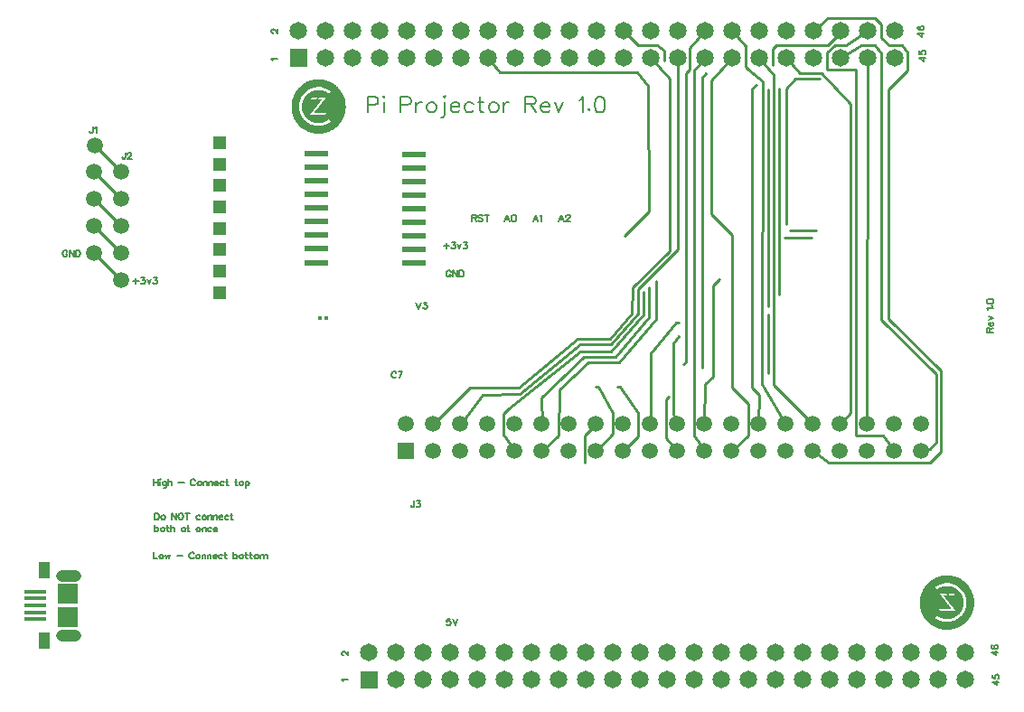
<source format=gtl>
G04 Layer: TopLayer*
G04 EasyEDA v6.3.43, 2020-05-28T19:53:23--7:00*
G04 7fdf06d367af498c9bd436b09c1433f1,d8a4e85e13c24898b9272ed7a7ead91d,10*
G04 Gerber Generator version 0.2*
G04 Scale: 100 percent, Rotated: No, Reflected: No *
G04 Dimensions in inches *
G04 leading zeros omitted , absolute positions ,2 integer and 4 decimal *
%FSLAX24Y24*%
%MOIN*%
G90*
G70D02*

%ADD10C,0.010000*%
%ADD11C,0.005000*%
%ADD12R,0.011811X0.015748*%
%ADD13R,0.086600X0.023600*%
%ADD14R,0.082677X0.015748*%
%ADD15R,0.039370X0.059055*%
%ADD16R,0.074803X0.074803*%
%ADD17C,0.059000*%
%ADD18R,0.047200X0.047200*%
%ADD20C,0.065000*%
%ADD21R,0.059000X0.059000*%
%ADD22C,0.043307*%

%LPD*%

%LPD*%
G36*
G01X10347Y24003D02*
G01X10294Y24003D01*
G01X10270Y24002D01*
G01X10247Y24002D01*
G01X10228Y24001D01*
G01X10211Y24001D01*
G01X10200Y24000D01*
G01X10178Y23997D01*
G01X10157Y23993D01*
G01X10135Y23989D01*
G01X10114Y23984D01*
G01X10091Y23979D01*
G01X10069Y23973D01*
G01X10047Y23966D01*
G01X10024Y23959D01*
G01X10002Y23951D01*
G01X9979Y23942D01*
G01X9957Y23933D01*
G01X9934Y23924D01*
G01X9912Y23914D01*
G01X9868Y23892D01*
G01X9847Y23881D01*
G01X9805Y23857D01*
G01X9765Y23831D01*
G01X9727Y23803D01*
G01X9709Y23790D01*
G01X9692Y23775D01*
G01X9674Y23760D01*
G01X9657Y23744D01*
G01X9640Y23729D01*
G01X9608Y23697D01*
G01X9593Y23680D01*
G01X9577Y23663D01*
G01X9535Y23612D01*
G01X9522Y23594D01*
G01X9510Y23576D01*
G01X9497Y23558D01*
G01X9485Y23539D01*
G01X9463Y23501D01*
G01X9452Y23481D01*
G01X9442Y23461D01*
G01X9432Y23440D01*
G01X9422Y23420D01*
G01X9413Y23399D01*
G01X9404Y23377D01*
G01X9380Y23311D01*
G01X9373Y23288D01*
G01X9366Y23264D01*
G01X9360Y23240D01*
G01X9352Y23214D01*
G01X9347Y23192D01*
G01X9344Y23172D01*
G01X9341Y23151D01*
G01X9339Y23126D01*
G01X9339Y23055D01*
G01X9338Y23004D01*
G01X9339Y22953D01*
G01X9339Y22882D01*
G01X9341Y22857D01*
G01X9344Y22836D01*
G01X9347Y22816D01*
G01X9352Y22794D01*
G01X9360Y22768D01*
G01X9366Y22743D01*
G01X9373Y22719D01*
G01X9387Y22675D01*
G01X9395Y22654D01*
G01X9402Y22633D01*
G01X9410Y22613D01*
G01X9419Y22594D01*
G01X9427Y22575D01*
G01X9436Y22556D01*
G01X9446Y22537D01*
G01X9456Y22519D01*
G01X9467Y22500D01*
G01X9478Y22482D01*
G01X9490Y22463D01*
G01X9503Y22443D01*
G01X9516Y22424D01*
G01X9530Y22405D01*
G01X9543Y22387D01*
G01X9558Y22369D01*
G01X9572Y22352D01*
G01X9587Y22334D01*
G01X9602Y22318D01*
G01X9618Y22301D01*
G01X9634Y22286D01*
G01X9650Y22270D01*
G01X9666Y22255D01*
G01X9683Y22240D01*
G01X9700Y22226D01*
G01X9736Y22198D01*
G01X9754Y22185D01*
G01X9773Y22172D01*
G01X9811Y22148D01*
G01X9831Y22136D01*
G01X9851Y22125D01*
G01X9871Y22115D01*
G01X9892Y22104D01*
G01X9913Y22094D01*
G01X9934Y22085D01*
G01X9956Y22076D01*
G01X9977Y22067D01*
G01X10000Y22059D01*
G01X10022Y22051D01*
G01X10046Y22043D01*
G01X10069Y22036D01*
G01X10093Y22029D01*
G01X10113Y22024D01*
G01X10134Y22020D01*
G01X10157Y22016D01*
G01X10181Y22012D01*
G01X10205Y22009D01*
G01X10231Y22007D01*
G01X10256Y22005D01*
G01X10310Y22003D01*
G01X10363Y22003D01*
G01X10417Y22005D01*
G01X10443Y22007D01*
G01X10468Y22009D01*
G01X10493Y22012D01*
G01X10539Y22020D01*
G01X10560Y22024D01*
G01X10580Y22029D01*
G01X10604Y22036D01*
G01X10627Y22043D01*
G01X10651Y22051D01*
G01X10673Y22059D01*
G01X10696Y22067D01*
G01X10718Y22076D01*
G01X10739Y22085D01*
G01X10761Y22094D01*
G01X10782Y22104D01*
G01X10802Y22115D01*
G01X10823Y22126D01*
G01X10843Y22136D01*
G01X10881Y22160D01*
G01X10901Y22173D01*
G01X10919Y22185D01*
G01X10937Y22198D01*
G01X10973Y22226D01*
G01X10990Y22240D01*
G01X11007Y22255D01*
G01X11023Y22270D01*
G01X11040Y22286D01*
G01X11056Y22302D01*
G01X11086Y22334D01*
G01X11101Y22352D01*
G01X11115Y22369D01*
G01X11130Y22387D01*
G01X11143Y22405D01*
G01X11157Y22424D01*
G01X11170Y22443D01*
G01X11184Y22465D01*
G01X11198Y22486D01*
G01X11210Y22508D01*
G01X11223Y22530D01*
G01X11256Y22596D01*
G01X11265Y22618D01*
G01X11274Y22641D01*
G01X11283Y22663D01*
G01X11290Y22686D01*
G01X11298Y22709D01*
G01X11310Y22755D01*
G01X11316Y22779D01*
G01X11321Y22803D01*
G01X11325Y22827D01*
G01X11328Y22851D01*
G01X11334Y22901D01*
G01X11336Y22926D01*
G01X11338Y22978D01*
G01X11338Y23030D01*
G01X11337Y23057D01*
G01X11336Y23082D01*
G01X11334Y23107D01*
G01X11325Y23182D01*
G01X11321Y23206D01*
G01X11316Y23230D01*
G01X11310Y23253D01*
G01X11304Y23277D01*
G01X11290Y23323D01*
G01X11282Y23345D01*
G01X11274Y23368D01*
G01X11265Y23390D01*
G01X11245Y23434D01*
G01X11223Y23478D01*
G01X11197Y23522D01*
G01X11184Y23543D01*
G01X11170Y23565D01*
G01X11156Y23584D01*
G01X11143Y23603D01*
G01X11129Y23622D01*
G01X11115Y23640D01*
G01X11100Y23658D01*
G01X11070Y23692D01*
G01X11054Y23708D01*
G01X11038Y23725D01*
G01X11022Y23740D01*
G01X10988Y23770D01*
G01X10971Y23784D01*
G01X10935Y23812D01*
G01X10916Y23825D01*
G01X10898Y23838D01*
G01X10878Y23850D01*
G01X10859Y23862D01*
G01X10839Y23874D01*
G01X10799Y23896D01*
G01X10778Y23906D01*
G01X10757Y23915D01*
G01X10736Y23925D01*
G01X10714Y23934D01*
G01X10692Y23942D01*
G01X10669Y23951D01*
G01X10647Y23959D01*
G01X10623Y23966D01*
G01X10600Y23973D01*
G01X10532Y23990D01*
G01X10512Y23994D01*
G01X10492Y23996D01*
G01X10470Y23998D01*
G01X10443Y24000D01*
G01X10412Y24001D01*
G01X10373Y24002D01*
G01X10347Y24003D01*
G37*

%LPC*%
G36*
G01X10381Y23718D02*
G01X10304Y23718D01*
G01X10281Y23717D01*
G01X10261Y23716D01*
G01X10243Y23715D01*
G01X10207Y23709D01*
G01X10188Y23704D01*
G01X10166Y23699D01*
G01X10142Y23692D01*
G01X10094Y23676D01*
G01X10048Y23658D01*
G01X10026Y23648D01*
G01X10005Y23636D01*
G01X9983Y23625D01*
G01X9963Y23613D01*
G01X9942Y23600D01*
G01X9922Y23586D01*
G01X9884Y23556D01*
G01X9865Y23540D01*
G01X9829Y23506D01*
G01X9812Y23489D01*
G01X9797Y23471D01*
G01X9781Y23454D01*
G01X9753Y23418D01*
G01X9740Y23400D01*
G01X9727Y23381D01*
G01X9694Y23324D01*
G01X9684Y23304D01*
G01X9675Y23284D01*
G01X9659Y23244D01*
G01X9652Y23223D01*
G01X9646Y23203D01*
G01X9640Y23181D01*
G01X9635Y23160D01*
G01X9630Y23138D01*
G01X9627Y23116D01*
G01X9623Y23094D01*
G01X9621Y23072D01*
G01X9619Y23049D01*
G01X9618Y23026D01*
G01X9618Y22980D01*
G01X9619Y22956D01*
G01X9621Y22932D01*
G01X9623Y22910D01*
G01X9626Y22888D01*
G01X9630Y22866D01*
G01X9635Y22844D01*
G01X9640Y22823D01*
G01X9646Y22801D01*
G01X9652Y22780D01*
G01X9668Y22738D01*
G01X9677Y22718D01*
G01X9686Y22697D01*
G01X9696Y22677D01*
G01X9707Y22658D01*
G01X9718Y22638D01*
G01X9731Y22619D01*
G01X9743Y22601D01*
G01X9757Y22582D01*
G01X9771Y22564D01*
G01X9785Y22547D01*
G01X9800Y22530D01*
G01X9832Y22496D01*
G01X9849Y22480D01*
G01X9885Y22450D01*
G01X9903Y22436D01*
G01X9922Y22422D01*
G01X9942Y22409D01*
G01X9965Y22393D01*
G01X9989Y22380D01*
G01X10012Y22367D01*
G01X10036Y22355D01*
G01X10061Y22344D01*
G01X10088Y22334D01*
G01X10116Y22324D01*
G01X10146Y22315D01*
G01X10167Y22309D01*
G01X10185Y22304D01*
G01X10202Y22300D01*
G01X10219Y22297D01*
G01X10238Y22295D01*
G01X10260Y22294D01*
G01X10285Y22292D01*
G01X10317Y22292D01*
G01X10350Y22291D01*
G01X10376Y22290D01*
G01X10397Y22291D01*
G01X10416Y22292D01*
G01X10434Y22294D01*
G01X10452Y22298D01*
G01X10473Y22303D01*
G01X10498Y22309D01*
G01X10520Y22315D01*
G01X10543Y22322D01*
G01X10564Y22329D01*
G01X10586Y22337D01*
G01X10628Y22355D01*
G01X10668Y22375D01*
G01X10708Y22397D01*
G01X10727Y22409D01*
G01X10746Y22422D01*
G01X10778Y22444D01*
G01X10705Y22517D01*
G01X10664Y22490D01*
G01X10641Y22475D01*
G01X10617Y22461D01*
G01X10590Y22448D01*
G01X10563Y22437D01*
G01X10535Y22427D01*
G01X10508Y22418D01*
G01X10480Y22411D01*
G01X10453Y22406D01*
G01X10431Y22402D01*
G01X10385Y22398D01*
G01X10361Y22396D01*
G01X10315Y22396D01*
G01X10293Y22397D01*
G01X10270Y22398D01*
G01X10248Y22401D01*
G01X10227Y22403D01*
G01X10185Y22411D01*
G01X10166Y22415D01*
G01X10147Y22421D01*
G01X10129Y22427D01*
G01X10113Y22433D01*
G01X10103Y22437D01*
G01X10092Y22442D01*
G01X10070Y22450D01*
G01X10056Y22457D01*
G01X10038Y22467D01*
G01X10016Y22481D01*
G01X9992Y22496D01*
G01X9969Y22512D01*
G01X9947Y22528D01*
G01X9928Y22543D01*
G01X9913Y22556D01*
G01X9896Y22573D01*
G01X9878Y22593D01*
G01X9860Y22617D01*
G01X9842Y22642D01*
G01X9823Y22668D01*
G01X9807Y22695D01*
G01X9792Y22722D01*
G01X9778Y22747D01*
G01X9768Y22770D01*
G01X9750Y22818D01*
G01X9743Y22843D01*
G01X9737Y22868D01*
G01X9727Y22920D01*
G01X9723Y22972D01*
G01X9722Y22998D01*
G01X9722Y23025D01*
G01X9723Y23051D01*
G01X9729Y23103D01*
G01X9739Y23153D01*
G01X9746Y23178D01*
G01X9753Y23202D01*
G01X9762Y23226D01*
G01X9772Y23248D01*
G01X9783Y23271D01*
G01X9794Y23292D01*
G01X9806Y23313D01*
G01X9818Y23333D01*
G01X9831Y23353D01*
G01X9845Y23372D01*
G01X9860Y23390D01*
G01X9874Y23408D01*
G01X9889Y23425D01*
G01X9905Y23441D01*
G01X9922Y23457D01*
G01X9939Y23471D01*
G01X9956Y23486D01*
G01X9973Y23499D01*
G01X9992Y23512D01*
G01X10010Y23524D01*
G01X10029Y23535D01*
G01X10049Y23546D01*
G01X10069Y23555D01*
G01X10089Y23565D01*
G01X10110Y23573D01*
G01X10152Y23587D01*
G01X10174Y23593D01*
G01X10218Y23603D01*
G01X10240Y23607D01*
G01X10286Y23611D01*
G01X10310Y23613D01*
G01X10334Y23613D01*
G01X10357Y23612D01*
G01X10381Y23611D01*
G01X10406Y23609D01*
G01X10430Y23606D01*
G01X10455Y23602D01*
G01X10476Y23598D01*
G01X10496Y23593D01*
G01X10517Y23588D01*
G01X10536Y23581D01*
G01X10556Y23574D01*
G01X10576Y23566D01*
G01X10595Y23558D01*
G01X10614Y23549D01*
G01X10632Y23539D01*
G01X10683Y23506D01*
G01X10705Y23489D01*
G01X10741Y23527D01*
G01X10778Y23564D01*
G01X10746Y23586D01*
G01X10727Y23599D01*
G01X10708Y23611D01*
G01X10688Y23623D01*
G01X10668Y23634D01*
G01X10648Y23644D01*
G01X10628Y23653D01*
G01X10607Y23663D01*
G01X10565Y23679D01*
G01X10521Y23693D01*
G01X10499Y23699D01*
G01X10476Y23705D01*
G01X10456Y23709D01*
G01X10438Y23713D01*
G01X10402Y23717D01*
G01X10381Y23718D01*
G37*
G36*
G01X10490Y23345D02*
G01X10370Y23345D01*
G01X10359Y23326D01*
G01X10354Y23318D01*
G01X10347Y23308D01*
G01X10341Y23298D01*
G01X10335Y23290D01*
G01X10323Y23271D01*
G01X10418Y23271D01*
G01X10439Y23269D01*
G01X10452Y23267D01*
G01X10457Y23264D01*
G01X10455Y23259D01*
G01X10441Y23238D01*
G01X10431Y23226D01*
G01X10423Y23215D01*
G01X10411Y23202D01*
G01X10398Y23184D01*
G01X10383Y23165D01*
G01X10366Y23144D01*
G01X10348Y23122D01*
G01X10312Y23076D01*
G01X10293Y23053D01*
G01X10276Y23031D01*
G01X10260Y23010D01*
G01X10246Y22992D01*
G01X10215Y22952D01*
G01X10188Y22917D01*
G01X10165Y22887D01*
G01X10144Y22861D01*
G01X10127Y22838D01*
G01X10111Y22819D01*
G01X10098Y22802D01*
G01X10087Y22788D01*
G01X10077Y22776D01*
G01X10069Y22765D01*
G01X10061Y22755D01*
G01X10054Y22746D01*
G01X10043Y22734D01*
G01X10035Y22724D01*
G01X10027Y22715D01*
G01X10022Y22707D01*
G01X10019Y22701D01*
G01X10019Y22696D01*
G01X10023Y22692D01*
G01X10031Y22689D01*
G01X10043Y22686D01*
G01X10060Y22685D01*
G01X10083Y22684D01*
G01X10580Y22684D01*
G01X10599Y22713D01*
G01X10606Y22725D01*
G01X10612Y22736D01*
G01X10616Y22744D01*
G01X10617Y22750D01*
G01X10614Y22752D01*
G01X10604Y22753D01*
G01X10588Y22754D01*
G01X10564Y22755D01*
G01X10532Y22756D01*
G01X10492Y22757D01*
G01X10155Y22757D01*
G01X10187Y22799D01*
G01X10201Y22817D01*
G01X10214Y22834D01*
G01X10227Y22850D01*
G01X10236Y22861D01*
G01X10244Y22871D01*
G01X10253Y22882D01*
G01X10262Y22894D01*
G01X10270Y22904D01*
G01X10277Y22914D01*
G01X10286Y22926D01*
G01X10296Y22937D01*
G01X10303Y22946D01*
G01X10313Y22959D01*
G01X10326Y22974D01*
G01X10339Y22991D01*
G01X10353Y23010D01*
G01X10368Y23028D01*
G01X10381Y23045D01*
G01X10392Y23060D01*
G01X10400Y23071D01*
G01X10404Y23076D01*
G01X10410Y23084D01*
G01X10419Y23095D01*
G01X10429Y23108D01*
G01X10440Y23123D01*
G01X10454Y23141D01*
G01X10469Y23160D01*
G01X10485Y23180D01*
G01X10503Y23203D01*
G01X10522Y23226D01*
G01X10541Y23251D01*
G01X10562Y23277D01*
G01X10576Y23295D01*
G01X10589Y23312D01*
G01X10598Y23325D01*
G01X10604Y23333D01*
G01X10605Y23339D01*
G01X10592Y23343D01*
G01X10557Y23344D01*
G01X10490Y23345D01*
G37*
G36*
G01X10277Y23345D02*
G01X10185Y23345D01*
G01X10136Y23344D01*
G01X10107Y23343D01*
G01X10092Y23339D01*
G01X10085Y23333D01*
G01X10081Y23327D01*
G01X10076Y23317D01*
G01X10070Y23307D01*
G01X10063Y23296D01*
G01X10048Y23271D01*
G01X10236Y23275D01*
G01X10256Y23309D01*
G01X10277Y23345D01*
G37*

%LPD*%
G36*
G01X33555Y5703D02*
G01X33502Y5703D01*
G01X33476Y5702D01*
G01X33437Y5701D01*
G01X33406Y5700D01*
G01X33379Y5698D01*
G01X33357Y5696D01*
G01X33337Y5694D01*
G01X33317Y5690D01*
G01X33249Y5673D01*
G01X33226Y5666D01*
G01X33202Y5659D01*
G01X33180Y5651D01*
G01X33157Y5642D01*
G01X33135Y5634D01*
G01X33113Y5625D01*
G01X33092Y5615D01*
G01X33071Y5606D01*
G01X33050Y5596D01*
G01X33010Y5574D01*
G01X32990Y5562D01*
G01X32971Y5550D01*
G01X32951Y5538D01*
G01X32933Y5525D01*
G01X32914Y5512D01*
G01X32896Y5498D01*
G01X32879Y5484D01*
G01X32861Y5470D01*
G01X32827Y5440D01*
G01X32811Y5425D01*
G01X32795Y5408D01*
G01X32779Y5392D01*
G01X32749Y5358D01*
G01X32734Y5340D01*
G01X32720Y5322D01*
G01X32706Y5303D01*
G01X32693Y5284D01*
G01X32679Y5265D01*
G01X32665Y5243D01*
G01X32652Y5222D01*
G01X32626Y5178D01*
G01X32604Y5134D01*
G01X32584Y5090D01*
G01X32575Y5068D01*
G01X32567Y5045D01*
G01X32559Y5023D01*
G01X32552Y5000D01*
G01X32545Y4976D01*
G01X32533Y4930D01*
G01X32528Y4906D01*
G01X32524Y4882D01*
G01X32515Y4807D01*
G01X32513Y4782D01*
G01X32512Y4757D01*
G01X32511Y4730D01*
G01X32511Y4678D01*
G01X32513Y4626D01*
G01X32515Y4601D01*
G01X32521Y4551D01*
G01X32524Y4527D01*
G01X32528Y4503D01*
G01X32533Y4479D01*
G01X32539Y4455D01*
G01X32551Y4409D01*
G01X32559Y4386D01*
G01X32566Y4363D01*
G01X32575Y4341D01*
G01X32584Y4318D01*
G01X32593Y4296D01*
G01X32626Y4230D01*
G01X32639Y4208D01*
G01X32651Y4186D01*
G01X32665Y4165D01*
G01X32679Y4143D01*
G01X32692Y4124D01*
G01X32706Y4105D01*
G01X32719Y4087D01*
G01X32734Y4069D01*
G01X32748Y4052D01*
G01X32763Y4034D01*
G01X32778Y4018D01*
G01X32793Y4001D01*
G01X32809Y3986D01*
G01X32826Y3970D01*
G01X32842Y3955D01*
G01X32859Y3940D01*
G01X32876Y3926D01*
G01X32912Y3898D01*
G01X32930Y3885D01*
G01X32948Y3873D01*
G01X32968Y3860D01*
G01X33006Y3836D01*
G01X33026Y3826D01*
G01X33047Y3815D01*
G01X33067Y3804D01*
G01X33088Y3794D01*
G01X33110Y3785D01*
G01X33131Y3776D01*
G01X33153Y3767D01*
G01X33176Y3759D01*
G01X33198Y3751D01*
G01X33222Y3743D01*
G01X33245Y3736D01*
G01X33269Y3729D01*
G01X33289Y3724D01*
G01X33310Y3720D01*
G01X33356Y3712D01*
G01X33381Y3709D01*
G01X33406Y3707D01*
G01X33432Y3705D01*
G01X33486Y3703D01*
G01X33539Y3703D01*
G01X33593Y3705D01*
G01X33618Y3707D01*
G01X33644Y3709D01*
G01X33668Y3712D01*
G01X33692Y3716D01*
G01X33715Y3720D01*
G01X33736Y3724D01*
G01X33756Y3729D01*
G01X33804Y3743D01*
G01X33827Y3751D01*
G01X33849Y3759D01*
G01X33872Y3767D01*
G01X33893Y3776D01*
G01X33915Y3785D01*
G01X33936Y3794D01*
G01X33957Y3804D01*
G01X33978Y3815D01*
G01X33998Y3825D01*
G01X34018Y3836D01*
G01X34038Y3848D01*
G01X34076Y3872D01*
G01X34095Y3885D01*
G01X34113Y3898D01*
G01X34149Y3926D01*
G01X34166Y3940D01*
G01X34183Y3955D01*
G01X34199Y3970D01*
G01X34215Y3986D01*
G01X34231Y4001D01*
G01X34247Y4018D01*
G01X34262Y4034D01*
G01X34277Y4051D01*
G01X34291Y4069D01*
G01X34306Y4087D01*
G01X34319Y4105D01*
G01X34333Y4124D01*
G01X34346Y4143D01*
G01X34359Y4163D01*
G01X34371Y4182D01*
G01X34382Y4200D01*
G01X34393Y4219D01*
G01X34403Y4237D01*
G01X34413Y4256D01*
G01X34422Y4275D01*
G01X34430Y4294D01*
G01X34439Y4313D01*
G01X34447Y4333D01*
G01X34454Y4354D01*
G01X34462Y4375D01*
G01X34476Y4419D01*
G01X34483Y4443D01*
G01X34489Y4468D01*
G01X34497Y4494D01*
G01X34502Y4516D01*
G01X34505Y4536D01*
G01X34508Y4557D01*
G01X34510Y4582D01*
G01X34510Y4653D01*
G01X34511Y4704D01*
G01X34510Y4755D01*
G01X34510Y4826D01*
G01X34508Y4851D01*
G01X34505Y4872D01*
G01X34502Y4892D01*
G01X34497Y4914D01*
G01X34489Y4940D01*
G01X34483Y4964D01*
G01X34476Y4988D01*
G01X34469Y5011D01*
G01X34445Y5077D01*
G01X34436Y5099D01*
G01X34427Y5120D01*
G01X34417Y5140D01*
G01X34407Y5161D01*
G01X34397Y5181D01*
G01X34386Y5201D01*
G01X34364Y5239D01*
G01X34352Y5258D01*
G01X34339Y5276D01*
G01X34327Y5294D01*
G01X34314Y5312D01*
G01X34272Y5363D01*
G01X34256Y5380D01*
G01X34241Y5397D01*
G01X34209Y5429D01*
G01X34192Y5444D01*
G01X34175Y5460D01*
G01X34157Y5475D01*
G01X34140Y5490D01*
G01X34122Y5503D01*
G01X34084Y5531D01*
G01X34044Y5557D01*
G01X34002Y5581D01*
G01X33981Y5592D01*
G01X33937Y5614D01*
G01X33915Y5624D01*
G01X33892Y5633D01*
G01X33870Y5642D01*
G01X33847Y5651D01*
G01X33825Y5659D01*
G01X33802Y5666D01*
G01X33780Y5673D01*
G01X33758Y5679D01*
G01X33735Y5684D01*
G01X33714Y5689D01*
G01X33692Y5693D01*
G01X33671Y5697D01*
G01X33650Y5700D01*
G01X33638Y5701D01*
G01X33621Y5701D01*
G01X33602Y5702D01*
G01X33579Y5702D01*
G01X33555Y5703D01*
G37*

%LPC*%
G36*
G01X33545Y5418D02*
G01X33468Y5418D01*
G01X33447Y5417D01*
G01X33411Y5413D01*
G01X33393Y5409D01*
G01X33373Y5405D01*
G01X33350Y5399D01*
G01X33328Y5393D01*
G01X33284Y5379D01*
G01X33242Y5363D01*
G01X33221Y5353D01*
G01X33201Y5344D01*
G01X33181Y5334D01*
G01X33161Y5323D01*
G01X33141Y5311D01*
G01X33122Y5299D01*
G01X33103Y5286D01*
G01X33071Y5264D01*
G01X33108Y5227D01*
G01X33144Y5189D01*
G01X33166Y5206D01*
G01X33217Y5239D01*
G01X33235Y5249D01*
G01X33254Y5258D01*
G01X33273Y5266D01*
G01X33293Y5274D01*
G01X33313Y5281D01*
G01X33332Y5288D01*
G01X33353Y5293D01*
G01X33373Y5298D01*
G01X33394Y5302D01*
G01X33419Y5306D01*
G01X33443Y5309D01*
G01X33468Y5311D01*
G01X33492Y5312D01*
G01X33515Y5313D01*
G01X33539Y5313D01*
G01X33563Y5311D01*
G01X33609Y5307D01*
G01X33631Y5303D01*
G01X33654Y5298D01*
G01X33675Y5293D01*
G01X33697Y5287D01*
G01X33739Y5273D01*
G01X33760Y5265D01*
G01X33780Y5255D01*
G01X33800Y5246D01*
G01X33820Y5235D01*
G01X33839Y5224D01*
G01X33857Y5212D01*
G01X33876Y5199D01*
G01X33893Y5186D01*
G01X33910Y5171D01*
G01X33927Y5157D01*
G01X33944Y5141D01*
G01X33960Y5125D01*
G01X33975Y5108D01*
G01X33989Y5090D01*
G01X34004Y5072D01*
G01X34018Y5053D01*
G01X34031Y5033D01*
G01X34043Y5013D01*
G01X34055Y4992D01*
G01X34066Y4971D01*
G01X34077Y4948D01*
G01X34087Y4926D01*
G01X34096Y4902D01*
G01X34103Y4878D01*
G01X34110Y4853D01*
G01X34120Y4803D01*
G01X34126Y4751D01*
G01X34127Y4725D01*
G01X34127Y4698D01*
G01X34125Y4646D01*
G01X34122Y4620D01*
G01X34112Y4568D01*
G01X34106Y4543D01*
G01X34099Y4518D01*
G01X34081Y4470D01*
G01X34071Y4447D01*
G01X34057Y4422D01*
G01X34042Y4395D01*
G01X34026Y4368D01*
G01X34007Y4342D01*
G01X33989Y4317D01*
G01X33971Y4293D01*
G01X33953Y4273D01*
G01X33936Y4256D01*
G01X33921Y4243D01*
G01X33902Y4228D01*
G01X33880Y4212D01*
G01X33857Y4196D01*
G01X33833Y4181D01*
G01X33811Y4167D01*
G01X33793Y4157D01*
G01X33779Y4150D01*
G01X33757Y4142D01*
G01X33746Y4137D01*
G01X33736Y4133D01*
G01X33720Y4127D01*
G01X33702Y4121D01*
G01X33683Y4115D01*
G01X33664Y4111D01*
G01X33622Y4103D01*
G01X33601Y4101D01*
G01X33579Y4098D01*
G01X33556Y4097D01*
G01X33534Y4096D01*
G01X33488Y4096D01*
G01X33464Y4098D01*
G01X33418Y4102D01*
G01X33396Y4106D01*
G01X33369Y4111D01*
G01X33341Y4118D01*
G01X33314Y4127D01*
G01X33286Y4137D01*
G01X33259Y4148D01*
G01X33232Y4161D01*
G01X33208Y4175D01*
G01X33185Y4190D01*
G01X33144Y4217D01*
G01X33071Y4144D01*
G01X33103Y4122D01*
G01X33122Y4109D01*
G01X33141Y4097D01*
G01X33181Y4075D01*
G01X33221Y4055D01*
G01X33263Y4037D01*
G01X33285Y4029D01*
G01X33306Y4022D01*
G01X33329Y4015D01*
G01X33351Y4009D01*
G01X33376Y4003D01*
G01X33397Y3998D01*
G01X33415Y3994D01*
G01X33433Y3992D01*
G01X33452Y3991D01*
G01X33473Y3990D01*
G01X33500Y3991D01*
G01X33532Y3992D01*
G01X33564Y3992D01*
G01X33589Y3994D01*
G01X33611Y3995D01*
G01X33630Y3997D01*
G01X33647Y4000D01*
G01X33664Y4004D01*
G01X33682Y4009D01*
G01X33703Y4015D01*
G01X33733Y4024D01*
G01X33761Y4034D01*
G01X33788Y4044D01*
G01X33813Y4055D01*
G01X33837Y4067D01*
G01X33860Y4080D01*
G01X33884Y4093D01*
G01X33907Y4109D01*
G01X33927Y4122D01*
G01X33946Y4136D01*
G01X33964Y4150D01*
G01X34000Y4180D01*
G01X34017Y4196D01*
G01X34049Y4230D01*
G01X34079Y4264D01*
G01X34092Y4282D01*
G01X34106Y4301D01*
G01X34118Y4319D01*
G01X34131Y4338D01*
G01X34142Y4358D01*
G01X34153Y4377D01*
G01X34163Y4397D01*
G01X34172Y4418D01*
G01X34181Y4438D01*
G01X34197Y4480D01*
G01X34203Y4501D01*
G01X34209Y4523D01*
G01X34214Y4544D01*
G01X34219Y4566D01*
G01X34223Y4588D01*
G01X34226Y4610D01*
G01X34228Y4632D01*
G01X34230Y4656D01*
G01X34231Y4680D01*
G01X34231Y4726D01*
G01X34230Y4749D01*
G01X34228Y4772D01*
G01X34226Y4794D01*
G01X34222Y4816D01*
G01X34219Y4838D01*
G01X34214Y4860D01*
G01X34209Y4881D01*
G01X34204Y4903D01*
G01X34197Y4923D01*
G01X34190Y4944D01*
G01X34174Y4984D01*
G01X34165Y5004D01*
G01X34155Y5024D01*
G01X34122Y5081D01*
G01X34109Y5100D01*
G01X34096Y5118D01*
G01X34068Y5154D01*
G01X34052Y5171D01*
G01X34037Y5189D01*
G01X34020Y5206D01*
G01X33984Y5240D01*
G01X33965Y5256D01*
G01X33927Y5286D01*
G01X33907Y5300D01*
G01X33886Y5313D01*
G01X33866Y5325D01*
G01X33844Y5336D01*
G01X33823Y5348D01*
G01X33801Y5358D01*
G01X33755Y5376D01*
G01X33707Y5392D01*
G01X33683Y5399D01*
G01X33661Y5404D01*
G01X33642Y5409D01*
G01X33606Y5415D01*
G01X33588Y5416D01*
G01X33568Y5417D01*
G01X33545Y5418D01*
G37*
G36*
G01X33479Y5045D02*
G01X33359Y5045D01*
G01X33292Y5044D01*
G01X33257Y5043D01*
G01X33244Y5039D01*
G01X33245Y5033D01*
G01X33251Y5025D01*
G01X33260Y5012D01*
G01X33273Y4995D01*
G01X33287Y4977D01*
G01X33308Y4951D01*
G01X33327Y4926D01*
G01X33346Y4903D01*
G01X33364Y4880D01*
G01X33380Y4860D01*
G01X33395Y4841D01*
G01X33409Y4823D01*
G01X33420Y4808D01*
G01X33430Y4795D01*
G01X33439Y4784D01*
G01X33445Y4776D01*
G01X33449Y4771D01*
G01X33457Y4760D01*
G01X33468Y4745D01*
G01X33481Y4728D01*
G01X33496Y4710D01*
G01X33510Y4691D01*
G01X33523Y4674D01*
G01X33536Y4659D01*
G01X33546Y4646D01*
G01X33554Y4637D01*
G01X33563Y4626D01*
G01X33572Y4614D01*
G01X33579Y4604D01*
G01X33587Y4594D01*
G01X33596Y4582D01*
G01X33605Y4571D01*
G01X33613Y4561D01*
G01X33622Y4550D01*
G01X33635Y4534D01*
G01X33648Y4517D01*
G01X33662Y4499D01*
G01X33694Y4457D01*
G01X33357Y4457D01*
G01X33317Y4456D01*
G01X33285Y4455D01*
G01X33261Y4454D01*
G01X33245Y4453D01*
G01X33235Y4451D01*
G01X33232Y4450D01*
G01X33233Y4444D01*
G01X33237Y4436D01*
G01X33243Y4425D01*
G01X33250Y4413D01*
G01X33269Y4384D01*
G01X33766Y4384D01*
G01X33789Y4385D01*
G01X33806Y4386D01*
G01X33818Y4389D01*
G01X33826Y4392D01*
G01X33830Y4396D01*
G01X33830Y4401D01*
G01X33827Y4407D01*
G01X33822Y4415D01*
G01X33814Y4424D01*
G01X33806Y4434D01*
G01X33795Y4446D01*
G01X33788Y4455D01*
G01X33780Y4465D01*
G01X33772Y4476D01*
G01X33762Y4488D01*
G01X33751Y4502D01*
G01X33738Y4519D01*
G01X33722Y4538D01*
G01X33705Y4561D01*
G01X33684Y4587D01*
G01X33661Y4617D01*
G01X33634Y4652D01*
G01X33603Y4692D01*
G01X33589Y4710D01*
G01X33573Y4731D01*
G01X33556Y4753D01*
G01X33537Y4776D01*
G01X33501Y4822D01*
G01X33483Y4844D01*
G01X33466Y4865D01*
G01X33451Y4884D01*
G01X33438Y4901D01*
G01X33426Y4915D01*
G01X33418Y4926D01*
G01X33408Y4938D01*
G01X33394Y4959D01*
G01X33392Y4964D01*
G01X33397Y4967D01*
G01X33410Y4969D01*
G01X33431Y4971D01*
G01X33526Y4971D01*
G01X33514Y4990D01*
G01X33508Y4998D01*
G01X33502Y5008D01*
G01X33495Y5018D01*
G01X33490Y5026D01*
G01X33479Y5045D01*
G37*
G36*
G01X33664Y5045D02*
G01X33572Y5045D01*
G01X33593Y5009D01*
G01X33613Y4975D01*
G01X33801Y4971D01*
G01X33786Y4996D01*
G01X33779Y5007D01*
G01X33773Y5017D01*
G01X33768Y5026D01*
G01X33764Y5033D01*
G01X33757Y5039D01*
G01X33742Y5043D01*
G01X33713Y5044D01*
G01X33664Y5045D01*
G37*

%LPD*%
G54D10*
G01X2050Y17600D02*
G01X3050Y16600D01*
G01X2050Y18600D02*
G01X3050Y17600D01*
G01X2100Y18550D02*
G01X2050Y18600D01*
G01X2050Y19600D02*
G01X3050Y18600D01*
G01X2100Y21550D02*
G01X3050Y20600D01*
G01X2050Y20600D02*
G01X3050Y19600D01*
G01X30550Y11300D02*
G01X30600Y24800D01*
G01X32682Y10373D02*
G01X32882Y10373D01*
G01X33132Y10623D01*
G01X33132Y13123D01*
G01X31082Y15123D01*
G01X31082Y24973D01*
G01X30850Y25250D01*
G01X30350Y25250D01*
G01X29600Y24800D01*
G01X30150Y10850D02*
G01X30150Y24350D01*
G01X29100Y24350D01*
G01X29100Y25000D01*
G01X29400Y25250D01*
G01X29800Y25250D01*
G01X30600Y25800D01*
G01X28600Y25800D02*
G01X29131Y26273D01*
G01X30857Y26273D01*
G01X31081Y26023D01*
G01X31081Y25523D01*
G01X31400Y25250D01*
G01X31850Y25250D01*
G01X32050Y25000D01*
G01X32050Y24315D01*
G01X31357Y23623D01*
G01X31357Y15173D01*
G01X33300Y13250D01*
G01X33300Y10250D01*
G01X32900Y9850D01*
G01X27132Y12723D02*
G01X27132Y24174D01*
G01X26600Y24800D01*
G01X27600Y24800D02*
G01X28082Y24223D01*
G01X28881Y24223D01*
G01X29950Y23100D01*
G01X29950Y11700D01*
G01X29600Y11300D01*
G01X26682Y12773D02*
G01X26732Y23923D01*
G01X26182Y24373D01*
G01X26082Y24473D01*
G01X26082Y25224D01*
G01X25600Y25800D01*
G01X25600Y24800D02*
G01X24832Y23973D01*
G01X24832Y19023D01*
G01X24600Y25800D02*
G01X24032Y25173D01*
G01X24032Y24373D01*
G01X23882Y24223D01*
G01X23882Y13573D01*
G01X23800Y13500D01*
G01X21600Y25800D02*
G01X22132Y25273D01*
G01X22832Y25273D01*
G01X23100Y25050D01*
G01X23100Y24700D01*
G01X22600Y24800D02*
G01X23282Y24023D01*
G01X23282Y23823D01*
G01X23282Y18823D01*
G01X23600Y24800D02*
G01X23582Y17723D01*
G01X22132Y16273D01*
G01X22132Y15373D01*
G01X21132Y14223D01*
G01X19982Y14223D01*
G01X17750Y12400D01*
G01X16382Y12373D01*
G01X24600Y24800D02*
G01X24182Y24323D01*
G01X24182Y12373D01*
G01X16600Y24800D02*
G01X17032Y24273D01*
G01X22082Y24273D01*
G01X22482Y23773D01*
G01X22532Y19123D01*
G01X21632Y18223D01*
G01X23550Y11300D02*
G01X23432Y11673D01*
G01X23432Y14273D01*
G01X23632Y14523D01*
G01X24550Y11300D02*
G01X24600Y12750D01*
G01X24882Y13023D01*
G01X24900Y16400D01*
G01X25132Y16623D01*
G01X26550Y11300D02*
G01X26600Y12350D01*
G01X26331Y12617D01*
G01X26331Y23673D01*
G01X26500Y23800D01*
G01X27550Y11300D02*
G01X26682Y12773D01*
G01X27132Y12723D02*
G01X28550Y11300D01*
G01X24632Y24223D02*
G01X24482Y24073D01*
G01X24482Y24073D02*
G01X24482Y13373D01*
G01X27732Y18423D02*
G01X28682Y18423D01*
G01X29582Y25723D02*
G01X29132Y25273D01*
G01X27232Y25273D01*
G01X27082Y25123D01*
G01X27082Y24523D01*
G01X28832Y24023D02*
G01X27932Y24023D01*
G01X27582Y23673D01*
G01X27582Y18673D01*
G01X27332Y23673D02*
G01X27332Y16073D01*
G01X27532Y18173D02*
G01X28532Y18173D01*
G01X26932Y15623D02*
G01X26932Y23623D01*
G01X26932Y13173D02*
G01X26932Y15323D01*
G01X31600Y10300D02*
G01X31150Y10850D01*
G01X30150Y10850D01*
G01X14600Y11300D02*
G01X15932Y12623D01*
G01X17732Y12623D01*
G01X19882Y14423D01*
G01X21082Y14423D01*
G01X21882Y15373D01*
G01X21932Y16323D01*
G01X23282Y17673D01*
G01X23282Y18823D01*
G01X17350Y11850D02*
G01X19982Y13973D01*
G01X21132Y13973D01*
G01X22332Y15323D01*
G01X22332Y16173D01*
G01X15600Y11300D02*
G01X16382Y12373D01*
G01X17600Y10300D02*
G01X17150Y10905D01*
G01X17150Y11650D01*
G01X17350Y11850D01*
G01X18600Y11300D02*
G01X18550Y12250D01*
G01X20132Y13773D01*
G01X21282Y13773D01*
G01X22532Y15223D01*
G01X22532Y16323D01*
G01X18600Y10300D02*
G01X19182Y10873D01*
G01X19232Y12573D01*
G01X20282Y13573D01*
G01X21432Y13573D01*
G01X22782Y15173D01*
G01X22782Y16573D01*
G01X20600Y11300D02*
G01X20150Y10850D01*
G01X20150Y9850D01*
G01X22600Y11300D02*
G01X22600Y13900D01*
G01X23532Y15023D01*
G01X23632Y15023D01*
G01X23600Y10300D02*
G01X23150Y10750D01*
G01X23150Y12200D01*
G01X23250Y12300D01*
G01X24600Y10300D02*
G01X24182Y10873D01*
G01X24182Y12498D01*
G01X25600Y10300D02*
G01X26182Y10873D01*
G01X26182Y12023D01*
G01X25582Y12623D01*
G01X25582Y18273D01*
G01X24832Y19023D01*
G01X28600Y10300D02*
G01X29150Y9850D01*
G01X32900Y9850D01*
G01X20600Y10300D02*
G01X21181Y10923D01*
G01X21200Y11700D01*
G01X20650Y12650D01*
G01X20550Y12650D01*
G01X21600Y10300D02*
G01X22131Y10823D01*
G01X22131Y11686D01*
G01X21450Y12650D01*
G01X21350Y12650D01*
G54D11*
G01X4300Y7551D02*
G01X4300Y7313D01*
G01X4300Y7438D02*
G01X4323Y7461D01*
G01X4344Y7473D01*
G01X4380Y7473D01*
G01X4401Y7461D01*
G01X4425Y7438D01*
G01X4436Y7405D01*
G01X4436Y7382D01*
G01X4425Y7348D01*
G01X4401Y7325D01*
G01X4380Y7313D01*
G01X4344Y7313D01*
G01X4323Y7325D01*
G01X4300Y7348D01*
G01X4567Y7473D02*
G01X4544Y7461D01*
G01X4523Y7438D01*
G01X4511Y7405D01*
G01X4511Y7382D01*
G01X4523Y7348D01*
G01X4544Y7325D01*
G01X4567Y7313D01*
G01X4602Y7313D01*
G01X4625Y7325D01*
G01X4647Y7348D01*
G01X4659Y7382D01*
G01X4659Y7405D01*
G01X4647Y7438D01*
G01X4625Y7461D01*
G01X4602Y7473D01*
G01X4567Y7473D01*
G01X4768Y7551D02*
G01X4768Y7359D01*
G01X4780Y7325D01*
G01X4802Y7313D01*
G01X4825Y7313D01*
G01X4734Y7473D02*
G01X4814Y7473D01*
G01X4900Y7551D02*
G01X4900Y7313D01*
G01X4900Y7426D02*
G01X4934Y7461D01*
G01X4956Y7473D01*
G01X4990Y7473D01*
G01X5014Y7461D01*
G01X5025Y7426D01*
G01X5025Y7313D01*
G01X5410Y7473D02*
G01X5410Y7313D01*
G01X5410Y7438D02*
G01X5389Y7461D01*
G01X5365Y7473D01*
G01X5331Y7473D01*
G01X5309Y7461D01*
G01X5285Y7438D01*
G01X5275Y7405D01*
G01X5275Y7382D01*
G01X5285Y7348D01*
G01X5309Y7325D01*
G01X5331Y7313D01*
G01X5365Y7313D01*
G01X5389Y7325D01*
G01X5410Y7348D01*
G01X5519Y7551D02*
G01X5519Y7359D01*
G01X5531Y7325D01*
G01X5555Y7313D01*
G01X5577Y7313D01*
G01X5485Y7473D02*
G01X5565Y7473D01*
G01X5884Y7473D02*
G01X5860Y7461D01*
G01X5839Y7438D01*
G01X5827Y7405D01*
G01X5827Y7382D01*
G01X5839Y7348D01*
G01X5860Y7325D01*
G01X5884Y7313D01*
G01X5918Y7313D01*
G01X5940Y7325D01*
G01X5964Y7348D01*
G01X5975Y7382D01*
G01X5975Y7405D01*
G01X5964Y7438D01*
G01X5940Y7461D01*
G01X5918Y7473D01*
G01X5884Y7473D01*
G01X6050Y7473D02*
G01X6050Y7313D01*
G01X6050Y7426D02*
G01X6084Y7461D01*
G01X6106Y7473D01*
G01X6140Y7473D01*
G01X6164Y7461D01*
G01X6175Y7426D01*
G01X6175Y7313D01*
G01X6385Y7438D02*
G01X6364Y7461D01*
G01X6340Y7473D01*
G01X6306Y7473D01*
G01X6284Y7461D01*
G01X6260Y7438D01*
G01X6250Y7405D01*
G01X6250Y7382D01*
G01X6260Y7348D01*
G01X6284Y7325D01*
G01X6306Y7313D01*
G01X6340Y7313D01*
G01X6364Y7325D01*
G01X6385Y7348D01*
G01X6460Y7405D02*
G01X6597Y7405D01*
G01X6597Y7426D01*
G01X6585Y7450D01*
G01X6575Y7461D01*
G01X6552Y7473D01*
G01X6518Y7473D01*
G01X6494Y7461D01*
G01X6472Y7438D01*
G01X6460Y7405D01*
G01X6460Y7382D01*
G01X6472Y7348D01*
G01X6494Y7325D01*
G01X6518Y7313D01*
G01X6552Y7313D01*
G01X6575Y7325D01*
G01X6597Y7348D01*
G01X4300Y8001D02*
G01X4300Y7763D01*
G01X4300Y8001D02*
G01X4380Y8001D01*
G01X4413Y7990D01*
G01X4436Y7967D01*
G01X4448Y7944D01*
G01X4459Y7911D01*
G01X4459Y7855D01*
G01X4448Y7819D01*
G01X4436Y7798D01*
G01X4413Y7775D01*
G01X4380Y7763D01*
G01X4300Y7763D01*
G01X4590Y7923D02*
G01X4567Y7911D01*
G01X4544Y7888D01*
G01X4534Y7855D01*
G01X4534Y7832D01*
G01X4544Y7798D01*
G01X4567Y7775D01*
G01X4590Y7763D01*
G01X4625Y7763D01*
G01X4647Y7775D01*
G01X4669Y7798D01*
G01X4681Y7832D01*
G01X4681Y7855D01*
G01X4669Y7888D01*
G01X4647Y7911D01*
G01X4625Y7923D01*
G01X4590Y7923D01*
G01X4931Y8001D02*
G01X4931Y7763D01*
G01X4931Y8001D02*
G01X5090Y7763D01*
G01X5090Y8001D02*
G01X5090Y7763D01*
G01X5234Y8001D02*
G01X5210Y7990D01*
G01X5189Y7967D01*
G01X5177Y7944D01*
G01X5165Y7911D01*
G01X5165Y7855D01*
G01X5177Y7819D01*
G01X5189Y7798D01*
G01X5210Y7775D01*
G01X5234Y7763D01*
G01X5280Y7763D01*
G01X5302Y7775D01*
G01X5325Y7798D01*
G01X5335Y7819D01*
G01X5347Y7855D01*
G01X5347Y7911D01*
G01X5335Y7944D01*
G01X5325Y7967D01*
G01X5302Y7990D01*
G01X5280Y8001D01*
G01X5234Y8001D01*
G01X5502Y8001D02*
G01X5502Y7763D01*
G01X5422Y8001D02*
G01X5581Y8001D01*
G01X5968Y7888D02*
G01X5944Y7911D01*
G01X5922Y7923D01*
G01X5889Y7923D01*
G01X5865Y7911D01*
G01X5843Y7888D01*
G01X5831Y7855D01*
G01X5831Y7832D01*
G01X5843Y7798D01*
G01X5865Y7775D01*
G01X5889Y7763D01*
G01X5922Y7763D01*
G01X5944Y7775D01*
G01X5968Y7798D01*
G01X6100Y7923D02*
G01X6077Y7911D01*
G01X6055Y7888D01*
G01X6043Y7855D01*
G01X6043Y7832D01*
G01X6055Y7798D01*
G01X6077Y7775D01*
G01X6100Y7763D01*
G01X6134Y7763D01*
G01X6156Y7775D01*
G01X6180Y7798D01*
G01X6190Y7832D01*
G01X6190Y7855D01*
G01X6180Y7888D01*
G01X6156Y7911D01*
G01X6134Y7923D01*
G01X6100Y7923D01*
G01X6265Y7923D02*
G01X6265Y7763D01*
G01X6265Y7876D02*
G01X6300Y7911D01*
G01X6322Y7923D01*
G01X6356Y7923D01*
G01X6380Y7911D01*
G01X6390Y7876D01*
G01X6390Y7763D01*
G01X6465Y7923D02*
G01X6465Y7763D01*
G01X6465Y7876D02*
G01X6500Y7911D01*
G01X6522Y7923D01*
G01X6556Y7923D01*
G01X6580Y7911D01*
G01X6590Y7876D01*
G01X6590Y7763D01*
G01X6665Y7855D02*
G01X6802Y7855D01*
G01X6802Y7876D01*
G01X6790Y7900D01*
G01X6780Y7911D01*
G01X6756Y7923D01*
G01X6722Y7923D01*
G01X6700Y7911D01*
G01X6677Y7888D01*
G01X6665Y7855D01*
G01X6665Y7832D01*
G01X6677Y7798D01*
G01X6700Y7775D01*
G01X6722Y7763D01*
G01X6756Y7763D01*
G01X6780Y7775D01*
G01X6802Y7798D01*
G01X7014Y7888D02*
G01X6990Y7911D01*
G01X6968Y7923D01*
G01X6934Y7923D01*
G01X6910Y7911D01*
G01X6889Y7888D01*
G01X6877Y7855D01*
G01X6877Y7832D01*
G01X6889Y7798D01*
G01X6910Y7775D01*
G01X6934Y7763D01*
G01X6968Y7763D01*
G01X6990Y7775D01*
G01X7014Y7798D01*
G01X7122Y8001D02*
G01X7122Y7809D01*
G01X7134Y7775D01*
G01X7156Y7763D01*
G01X7180Y7763D01*
G01X7089Y7923D02*
G01X7168Y7923D01*
G01X4250Y6551D02*
G01X4250Y6313D01*
G01X4250Y6313D02*
G01X4386Y6313D01*
G01X4517Y6473D02*
G01X4494Y6461D01*
G01X4473Y6438D01*
G01X4461Y6405D01*
G01X4461Y6382D01*
G01X4473Y6348D01*
G01X4494Y6325D01*
G01X4517Y6313D01*
G01X4551Y6313D01*
G01X4575Y6325D01*
G01X4598Y6348D01*
G01X4609Y6382D01*
G01X4609Y6405D01*
G01X4598Y6438D01*
G01X4575Y6461D01*
G01X4551Y6473D01*
G01X4517Y6473D01*
G01X4684Y6473D02*
G01X4730Y6313D01*
G01X4775Y6473D02*
G01X4730Y6313D01*
G01X4775Y6473D02*
G01X4819Y6313D01*
G01X4865Y6473D02*
G01X4819Y6313D01*
G01X5115Y6415D02*
G01X5319Y6415D01*
G01X5740Y6494D02*
G01X5730Y6517D01*
G01X5706Y6540D01*
G01X5684Y6551D01*
G01X5639Y6551D01*
G01X5615Y6540D01*
G01X5593Y6517D01*
G01X5581Y6494D01*
G01X5569Y6461D01*
G01X5569Y6405D01*
G01X5581Y6369D01*
G01X5593Y6348D01*
G01X5615Y6325D01*
G01X5639Y6313D01*
G01X5684Y6313D01*
G01X5706Y6325D01*
G01X5730Y6348D01*
G01X5740Y6369D01*
G01X5872Y6473D02*
G01X5850Y6461D01*
G01X5827Y6438D01*
G01X5815Y6405D01*
G01X5815Y6382D01*
G01X5827Y6348D01*
G01X5850Y6325D01*
G01X5872Y6313D01*
G01X5906Y6313D01*
G01X5930Y6325D01*
G01X5952Y6348D01*
G01X5964Y6382D01*
G01X5964Y6405D01*
G01X5952Y6438D01*
G01X5930Y6461D01*
G01X5906Y6473D01*
G01X5872Y6473D01*
G01X6039Y6473D02*
G01X6039Y6313D01*
G01X6039Y6426D02*
G01X6072Y6461D01*
G01X6094Y6473D01*
G01X6130Y6473D01*
G01X6152Y6461D01*
G01X6164Y6426D01*
G01X6164Y6313D01*
G01X6239Y6473D02*
G01X6239Y6313D01*
G01X6239Y6426D02*
G01X6272Y6461D01*
G01X6294Y6473D01*
G01X6330Y6473D01*
G01X6352Y6461D01*
G01X6364Y6426D01*
G01X6364Y6313D01*
G01X6439Y6405D02*
G01X6575Y6405D01*
G01X6575Y6426D01*
G01X6564Y6450D01*
G01X6552Y6461D01*
G01X6530Y6473D01*
G01X6494Y6473D01*
G01X6472Y6461D01*
G01X6450Y6438D01*
G01X6439Y6405D01*
G01X6439Y6382D01*
G01X6450Y6348D01*
G01X6472Y6325D01*
G01X6494Y6313D01*
G01X6530Y6313D01*
G01X6552Y6325D01*
G01X6575Y6348D01*
G01X6785Y6438D02*
G01X6764Y6461D01*
G01X6740Y6473D01*
G01X6706Y6473D01*
G01X6684Y6461D01*
G01X6660Y6438D01*
G01X6650Y6405D01*
G01X6650Y6382D01*
G01X6660Y6348D01*
G01X6684Y6325D01*
G01X6706Y6313D01*
G01X6740Y6313D01*
G01X6764Y6325D01*
G01X6785Y6348D01*
G01X6894Y6551D02*
G01X6894Y6359D01*
G01X6906Y6325D01*
G01X6930Y6313D01*
G01X6952Y6313D01*
G01X6860Y6473D02*
G01X6940Y6473D01*
G01X7202Y6551D02*
G01X7202Y6313D01*
G01X7202Y6438D02*
G01X7225Y6461D01*
G01X7247Y6473D01*
G01X7281Y6473D01*
G01X7305Y6461D01*
G01X7327Y6438D01*
G01X7339Y6405D01*
G01X7339Y6382D01*
G01X7327Y6348D01*
G01X7305Y6325D01*
G01X7281Y6313D01*
G01X7247Y6313D01*
G01X7225Y6325D01*
G01X7202Y6348D01*
G01X7469Y6473D02*
G01X7447Y6461D01*
G01X7425Y6438D01*
G01X7414Y6405D01*
G01X7414Y6382D01*
G01X7425Y6348D01*
G01X7447Y6325D01*
G01X7469Y6313D01*
G01X7505Y6313D01*
G01X7527Y6325D01*
G01X7550Y6348D01*
G01X7560Y6382D01*
G01X7560Y6405D01*
G01X7550Y6438D01*
G01X7527Y6461D01*
G01X7505Y6473D01*
G01X7469Y6473D01*
G01X7669Y6551D02*
G01X7669Y6359D01*
G01X7681Y6325D01*
G01X7705Y6313D01*
G01X7727Y6313D01*
G01X7635Y6473D02*
G01X7715Y6473D01*
G01X7835Y6551D02*
G01X7835Y6359D01*
G01X7847Y6325D01*
G01X7869Y6313D01*
G01X7893Y6313D01*
G01X7802Y6473D02*
G01X7881Y6473D01*
G01X8025Y6473D02*
G01X8002Y6461D01*
G01X7980Y6438D01*
G01X7968Y6405D01*
G01X7968Y6382D01*
G01X7980Y6348D01*
G01X8002Y6325D01*
G01X8025Y6313D01*
G01X8059Y6313D01*
G01X8081Y6325D01*
G01X8105Y6348D01*
G01X8115Y6382D01*
G01X8115Y6405D01*
G01X8105Y6438D01*
G01X8081Y6461D01*
G01X8059Y6473D01*
G01X8025Y6473D01*
G01X8190Y6473D02*
G01X8190Y6313D01*
G01X8190Y6426D02*
G01X8225Y6461D01*
G01X8247Y6473D01*
G01X8281Y6473D01*
G01X8305Y6461D01*
G01X8315Y6426D01*
G01X8315Y6313D01*
G01X8315Y6426D02*
G01X8350Y6461D01*
G01X8372Y6473D01*
G01X8406Y6473D01*
G01X8430Y6461D01*
G01X8440Y6426D01*
G01X8440Y6313D01*
G01X4250Y9251D02*
G01X4250Y9013D01*
G01X4409Y9251D02*
G01X4409Y9013D01*
G01X4250Y9138D02*
G01X4409Y9138D01*
G01X4484Y9251D02*
G01X4494Y9240D01*
G01X4507Y9251D01*
G01X4494Y9263D01*
G01X4484Y9251D01*
G01X4494Y9173D02*
G01X4494Y9013D01*
G01X4718Y9173D02*
G01X4718Y8990D01*
G01X4706Y8957D01*
G01X4694Y8944D01*
G01X4672Y8934D01*
G01X4639Y8934D01*
G01X4615Y8944D01*
G01X4718Y9138D02*
G01X4694Y9161D01*
G01X4672Y9173D01*
G01X4639Y9173D01*
G01X4615Y9161D01*
G01X4592Y9138D01*
G01X4582Y9105D01*
G01X4582Y9082D01*
G01X4592Y9048D01*
G01X4615Y9025D01*
G01X4639Y9013D01*
G01X4672Y9013D01*
G01X4694Y9025D01*
G01X4718Y9048D01*
G01X4793Y9251D02*
G01X4793Y9013D01*
G01X4793Y9126D02*
G01X4827Y9161D01*
G01X4850Y9173D01*
G01X4884Y9173D01*
G01X4906Y9161D01*
G01X4918Y9126D01*
G01X4918Y9013D01*
G01X5168Y9115D02*
G01X5372Y9115D01*
G01X5793Y9194D02*
G01X5781Y9217D01*
G01X5759Y9240D01*
G01X5735Y9251D01*
G01X5690Y9251D01*
G01X5668Y9240D01*
G01X5644Y9217D01*
G01X5634Y9194D01*
G01X5622Y9161D01*
G01X5622Y9105D01*
G01X5634Y9069D01*
G01X5644Y9048D01*
G01X5668Y9025D01*
G01X5690Y9013D01*
G01X5735Y9013D01*
G01X5759Y9025D01*
G01X5781Y9048D01*
G01X5793Y9069D01*
G01X5925Y9173D02*
G01X5902Y9161D01*
G01X5880Y9138D01*
G01X5868Y9105D01*
G01X5868Y9082D01*
G01X5880Y9048D01*
G01X5902Y9025D01*
G01X5925Y9013D01*
G01X5959Y9013D01*
G01X5981Y9025D01*
G01X6005Y9048D01*
G01X6015Y9082D01*
G01X6015Y9105D01*
G01X6005Y9138D01*
G01X5981Y9161D01*
G01X5959Y9173D01*
G01X5925Y9173D01*
G01X6090Y9173D02*
G01X6090Y9013D01*
G01X6090Y9126D02*
G01X6125Y9161D01*
G01X6147Y9173D01*
G01X6181Y9173D01*
G01X6205Y9161D01*
G01X6215Y9126D01*
G01X6215Y9013D01*
G01X6290Y9173D02*
G01X6290Y9013D01*
G01X6290Y9126D02*
G01X6325Y9161D01*
G01X6347Y9173D01*
G01X6381Y9173D01*
G01X6405Y9161D01*
G01X6415Y9126D01*
G01X6415Y9013D01*
G01X6490Y9105D02*
G01X6627Y9105D01*
G01X6627Y9126D01*
G01X6615Y9150D01*
G01X6605Y9161D01*
G01X6581Y9173D01*
G01X6547Y9173D01*
G01X6525Y9161D01*
G01X6502Y9138D01*
G01X6490Y9105D01*
G01X6490Y9082D01*
G01X6502Y9048D01*
G01X6525Y9025D01*
G01X6547Y9013D01*
G01X6581Y9013D01*
G01X6605Y9025D01*
G01X6627Y9048D01*
G01X6839Y9138D02*
G01X6815Y9161D01*
G01X6793Y9173D01*
G01X6759Y9173D01*
G01X6735Y9161D01*
G01X6714Y9138D01*
G01X6702Y9105D01*
G01X6702Y9082D01*
G01X6714Y9048D01*
G01X6735Y9025D01*
G01X6759Y9013D01*
G01X6793Y9013D01*
G01X6815Y9025D01*
G01X6839Y9048D01*
G01X6947Y9251D02*
G01X6947Y9059D01*
G01X6959Y9025D01*
G01X6981Y9013D01*
G01X7005Y9013D01*
G01X6914Y9173D02*
G01X6993Y9173D01*
G01X7289Y9251D02*
G01X7289Y9059D01*
G01X7300Y9025D01*
G01X7322Y9013D01*
G01X7344Y9013D01*
G01X7255Y9173D02*
G01X7334Y9173D01*
G01X7477Y9173D02*
G01X7455Y9161D01*
G01X7431Y9138D01*
G01X7419Y9105D01*
G01X7419Y9082D01*
G01X7431Y9048D01*
G01X7455Y9025D01*
G01X7477Y9013D01*
G01X7510Y9013D01*
G01X7534Y9025D01*
G01X7556Y9048D01*
G01X7568Y9082D01*
G01X7568Y9105D01*
G01X7556Y9138D01*
G01X7534Y9161D01*
G01X7510Y9173D01*
G01X7477Y9173D01*
G01X7643Y9173D02*
G01X7643Y8934D01*
G01X7643Y9138D02*
G01X7665Y9161D01*
G01X7689Y9173D01*
G01X7722Y9173D01*
G01X7744Y9161D01*
G01X7768Y9138D01*
G01X7780Y9105D01*
G01X7780Y9082D01*
G01X7768Y9048D01*
G01X7744Y9025D01*
G01X7722Y9013D01*
G01X7689Y9013D01*
G01X7665Y9025D01*
G01X7643Y9048D01*
G01X12150Y23355D02*
G01X12150Y22782D01*
G01X12150Y23355D02*
G01X12394Y23355D01*
G01X12477Y23328D01*
G01X12505Y23301D01*
G01X12531Y23246D01*
G01X12531Y23165D01*
G01X12505Y23109D01*
G01X12477Y23082D01*
G01X12394Y23055D01*
G01X12150Y23055D01*
G01X12711Y23355D02*
G01X12739Y23328D01*
G01X12765Y23355D01*
G01X12739Y23382D01*
G01X12711Y23355D01*
G01X12739Y23165D02*
G01X12739Y22782D01*
G01X13365Y23355D02*
G01X13365Y22782D01*
G01X13365Y23355D02*
G01X13611Y23355D01*
G01X13693Y23328D01*
G01X13721Y23301D01*
G01X13747Y23246D01*
G01X13747Y23165D01*
G01X13721Y23109D01*
G01X13693Y23082D01*
G01X13611Y23055D01*
G01X13365Y23055D01*
G01X13927Y23165D02*
G01X13927Y22782D01*
G01X13927Y23001D02*
G01X13955Y23082D01*
G01X14010Y23136D01*
G01X14064Y23165D01*
G01X14146Y23165D01*
G01X14463Y23165D02*
G01X14407Y23136D01*
G01X14353Y23082D01*
G01X14326Y23001D01*
G01X14326Y22946D01*
G01X14353Y22865D01*
G01X14407Y22809D01*
G01X14463Y22782D01*
G01X14544Y22782D01*
G01X14598Y22809D01*
G01X14653Y22865D01*
G01X14681Y22946D01*
G01X14681Y23001D01*
G01X14653Y23082D01*
G01X14598Y23136D01*
G01X14544Y23165D01*
G01X14463Y23165D01*
G01X14969Y23355D02*
G01X14997Y23328D01*
G01X15025Y23355D01*
G01X14997Y23382D01*
G01X14969Y23355D01*
G01X14997Y23165D02*
G01X14997Y22701D01*
G01X14969Y22619D01*
G01X14914Y22592D01*
G01X14860Y22592D01*
G01X15205Y23001D02*
G01X15531Y23001D01*
G01X15531Y23055D01*
G01X15505Y23109D01*
G01X15477Y23136D01*
G01X15422Y23165D01*
G01X15340Y23165D01*
G01X15285Y23136D01*
G01X15231Y23082D01*
G01X15205Y23001D01*
G01X15205Y22946D01*
G01X15231Y22865D01*
G01X15285Y22809D01*
G01X15340Y22782D01*
G01X15422Y22782D01*
G01X15477Y22809D01*
G01X15531Y22865D01*
G01X16039Y23082D02*
G01X15985Y23136D01*
G01X15930Y23165D01*
G01X15847Y23165D01*
G01X15793Y23136D01*
G01X15739Y23082D01*
G01X15711Y23001D01*
G01X15711Y22946D01*
G01X15739Y22865D01*
G01X15793Y22809D01*
G01X15847Y22782D01*
G01X15930Y22782D01*
G01X15985Y22809D01*
G01X16039Y22865D01*
G01X16301Y23355D02*
G01X16301Y22892D01*
G01X16327Y22809D01*
G01X16382Y22782D01*
G01X16436Y22782D01*
G01X16218Y23165D02*
G01X16410Y23165D01*
G01X16753Y23165D02*
G01X16698Y23136D01*
G01X16644Y23082D01*
G01X16617Y23001D01*
G01X16617Y22946D01*
G01X16644Y22865D01*
G01X16698Y22809D01*
G01X16753Y22782D01*
G01X16835Y22782D01*
G01X16889Y22809D01*
G01X16944Y22865D01*
G01X16972Y22946D01*
G01X16972Y23001D01*
G01X16944Y23082D01*
G01X16889Y23136D01*
G01X16835Y23165D01*
G01X16753Y23165D01*
G01X17152Y23165D02*
G01X17152Y22782D01*
G01X17152Y23001D02*
G01X17178Y23082D01*
G01X17234Y23136D01*
G01X17288Y23165D01*
G01X17369Y23165D01*
G01X17969Y23355D02*
G01X17969Y22782D01*
G01X17969Y23355D02*
G01X18214Y23355D01*
G01X18297Y23328D01*
G01X18325Y23301D01*
G01X18352Y23246D01*
G01X18352Y23192D01*
G01X18325Y23136D01*
G01X18297Y23109D01*
G01X18214Y23082D01*
G01X17969Y23082D01*
G01X18160Y23082D02*
G01X18352Y22782D01*
G01X18531Y23001D02*
G01X18859Y23001D01*
G01X18859Y23055D01*
G01X18831Y23109D01*
G01X18805Y23136D01*
G01X18750Y23165D01*
G01X18668Y23165D01*
G01X18614Y23136D01*
G01X18559Y23082D01*
G01X18531Y23001D01*
G01X18531Y22946D01*
G01X18559Y22865D01*
G01X18614Y22809D01*
G01X18668Y22782D01*
G01X18750Y22782D01*
G01X18805Y22809D01*
G01X18859Y22865D01*
G01X19039Y23165D02*
G01X19202Y22782D01*
G01X19365Y23165D02*
G01X19202Y22782D01*
G01X19965Y23246D02*
G01X20021Y23273D01*
G01X20102Y23355D01*
G01X20102Y22782D01*
G01X20310Y22919D02*
G01X20282Y22892D01*
G01X20310Y22865D01*
G01X20336Y22892D01*
G01X20310Y22919D01*
G01X20681Y23355D02*
G01X20598Y23328D01*
G01X20544Y23246D01*
G01X20517Y23109D01*
G01X20517Y23028D01*
G01X20544Y22892D01*
G01X20598Y22809D01*
G01X20681Y22782D01*
G01X20735Y22782D01*
G01X20817Y22809D01*
G01X20872Y22892D01*
G01X20898Y23028D01*
G01X20898Y23109D01*
G01X20872Y23246D01*
G01X20817Y23328D01*
G01X20735Y23355D01*
G01X20681Y23355D01*
G01X19290Y19002D02*
G01X19200Y18763D01*
G01X19290Y19002D02*
G01X19381Y18763D01*
G01X19234Y18842D02*
G01X19347Y18842D01*
G01X19468Y18944D02*
G01X19468Y18957D01*
G01X19480Y18980D01*
G01X19490Y18990D01*
G01X19514Y19002D01*
G01X19559Y19002D01*
G01X19581Y18990D01*
G01X19593Y18980D01*
G01X19605Y18957D01*
G01X19605Y18934D01*
G01X19593Y18911D01*
G01X19569Y18877D01*
G01X19456Y18763D01*
G01X19615Y18763D01*
G01X18340Y19002D02*
G01X18250Y18763D01*
G01X18340Y19002D02*
G01X18431Y18763D01*
G01X18284Y18842D02*
G01X18397Y18842D01*
G01X18506Y18957D02*
G01X18530Y18967D01*
G01X18564Y19002D01*
G01X18564Y18763D01*
G01X17290Y19002D02*
G01X17200Y18763D01*
G01X17290Y19002D02*
G01X17381Y18763D01*
G01X17234Y18842D02*
G01X17347Y18842D01*
G01X17525Y19002D02*
G01X17490Y18990D01*
G01X17468Y18957D01*
G01X17456Y18900D01*
G01X17456Y18865D01*
G01X17468Y18809D01*
G01X17490Y18775D01*
G01X17525Y18763D01*
G01X17547Y18763D01*
G01X17581Y18775D01*
G01X17605Y18809D01*
G01X17615Y18865D01*
G01X17615Y18900D01*
G01X17605Y18957D01*
G01X17581Y18990D01*
G01X17547Y19002D01*
G01X17525Y19002D01*
G01X16000Y19002D02*
G01X16000Y18763D01*
G01X16000Y19002D02*
G01X16102Y19002D01*
G01X16135Y18990D01*
G01X16147Y18980D01*
G01X16159Y18957D01*
G01X16159Y18934D01*
G01X16147Y18911D01*
G01X16135Y18900D01*
G01X16102Y18888D01*
G01X16000Y18888D01*
G01X16080Y18888D02*
G01X16159Y18763D01*
G01X16393Y18967D02*
G01X16369Y18990D01*
G01X16335Y19002D01*
G01X16290Y19002D01*
G01X16256Y18990D01*
G01X16234Y18967D01*
G01X16234Y18944D01*
G01X16244Y18923D01*
G01X16256Y18911D01*
G01X16280Y18900D01*
G01X16347Y18877D01*
G01X16369Y18865D01*
G01X16381Y18855D01*
G01X16393Y18832D01*
G01X16393Y18798D01*
G01X16369Y18775D01*
G01X16335Y18763D01*
G01X16290Y18763D01*
G01X16256Y18775D01*
G01X16234Y18798D01*
G01X16547Y19002D02*
G01X16547Y18763D01*
G01X16468Y19002D02*
G01X16627Y19002D01*
G01X15219Y16894D02*
G01X15209Y16917D01*
G01X15185Y16940D01*
G01X15164Y16952D01*
G01X15118Y16952D01*
G01X15094Y16940D01*
G01X15072Y16917D01*
G01X15060Y16894D01*
G01X15050Y16861D01*
G01X15050Y16805D01*
G01X15060Y16769D01*
G01X15072Y16748D01*
G01X15094Y16725D01*
G01X15118Y16713D01*
G01X15164Y16713D01*
G01X15185Y16725D01*
G01X15209Y16748D01*
G01X15219Y16769D01*
G01X15219Y16805D01*
G01X15164Y16805D02*
G01X15219Y16805D01*
G01X15294Y16952D02*
G01X15294Y16713D01*
G01X15294Y16952D02*
G01X15455Y16713D01*
G01X15455Y16952D02*
G01X15455Y16713D01*
G01X15530Y16952D02*
G01X15530Y16713D01*
G01X15530Y16952D02*
G01X15609Y16952D01*
G01X15643Y16940D01*
G01X15665Y16917D01*
G01X15677Y16894D01*
G01X15689Y16861D01*
G01X15689Y16805D01*
G01X15677Y16769D01*
G01X15665Y16748D01*
G01X15643Y16725D01*
G01X15609Y16713D01*
G01X15530Y16713D01*
G01X15052Y17967D02*
G01X15052Y17763D01*
G01X14950Y17865D02*
G01X15155Y17865D01*
G01X15252Y18002D02*
G01X15377Y18002D01*
G01X15309Y17911D01*
G01X15343Y17911D01*
G01X15365Y17900D01*
G01X15377Y17888D01*
G01X15389Y17855D01*
G01X15389Y17832D01*
G01X15377Y17798D01*
G01X15355Y17775D01*
G01X15319Y17763D01*
G01X15285Y17763D01*
G01X15252Y17775D01*
G01X15240Y17786D01*
G01X15230Y17809D01*
G01X15464Y17923D02*
G01X15531Y17763D01*
G01X15600Y17923D02*
G01X15531Y17763D01*
G01X15697Y18002D02*
G01X15822Y18002D01*
G01X15755Y17911D01*
G01X15789Y17911D01*
G01X15810Y17900D01*
G01X15822Y17888D01*
G01X15834Y17855D01*
G01X15834Y17832D01*
G01X15822Y17798D01*
G01X15800Y17775D01*
G01X15765Y17763D01*
G01X15731Y17763D01*
G01X15697Y17775D01*
G01X15685Y17786D01*
G01X15675Y17809D01*
G01X13932Y15776D02*
G01X14023Y15538D01*
G01X14114Y15776D02*
G01X14023Y15538D01*
G01X14212Y15776D02*
G01X14337Y15776D01*
G01X14268Y15684D01*
G01X14302Y15684D01*
G01X14325Y15673D01*
G01X14337Y15663D01*
G01X14348Y15628D01*
G01X14348Y15605D01*
G01X14337Y15571D01*
G01X14314Y15548D01*
G01X14280Y15538D01*
G01X14246Y15538D01*
G01X14212Y15548D01*
G01X14200Y15559D01*
G01X14189Y15582D01*
G01X13202Y13169D02*
G01X13191Y13192D01*
G01X13168Y13215D01*
G01X13146Y13226D01*
G01X13100Y13226D01*
G01X13077Y13215D01*
G01X13055Y13192D01*
G01X13043Y13169D01*
G01X13032Y13134D01*
G01X13032Y13078D01*
G01X13043Y13044D01*
G01X13055Y13021D01*
G01X13077Y12998D01*
G01X13100Y12988D01*
G01X13146Y12988D01*
G01X13168Y12998D01*
G01X13191Y13021D01*
G01X13202Y13044D01*
G01X13437Y13226D02*
G01X13323Y12988D01*
G01X13277Y13226D02*
G01X13437Y13226D01*
G01X1070Y17644D02*
G01X1059Y17667D01*
G01X1036Y17690D01*
G01X1014Y17702D01*
G01X968Y17702D01*
G01X945Y17690D01*
G01X923Y17667D01*
G01X911Y17644D01*
G01X900Y17611D01*
G01X900Y17555D01*
G01X911Y17519D01*
G01X923Y17498D01*
G01X945Y17475D01*
G01X968Y17463D01*
G01X1014Y17463D01*
G01X1036Y17475D01*
G01X1059Y17498D01*
G01X1070Y17519D01*
G01X1070Y17555D01*
G01X1014Y17555D02*
G01X1070Y17555D01*
G01X1145Y17702D02*
G01X1145Y17463D01*
G01X1145Y17702D02*
G01X1305Y17463D01*
G01X1305Y17702D02*
G01X1305Y17463D01*
G01X1380Y17702D02*
G01X1380Y17463D01*
G01X1380Y17702D02*
G01X1459Y17702D01*
G01X1493Y17690D01*
G01X1516Y17667D01*
G01X1527Y17644D01*
G01X1539Y17611D01*
G01X1539Y17555D01*
G01X1527Y17519D01*
G01X1516Y17498D01*
G01X1493Y17475D01*
G01X1459Y17463D01*
G01X1380Y17463D01*
G01X3602Y16667D02*
G01X3602Y16463D01*
G01X3500Y16565D02*
G01X3705Y16565D01*
G01X3802Y16702D02*
G01X3927Y16702D01*
G01X3859Y16611D01*
G01X3893Y16611D01*
G01X3916Y16600D01*
G01X3927Y16588D01*
G01X3939Y16555D01*
G01X3939Y16532D01*
G01X3927Y16498D01*
G01X3905Y16475D01*
G01X3870Y16463D01*
G01X3836Y16463D01*
G01X3802Y16475D01*
G01X3791Y16486D01*
G01X3780Y16509D01*
G01X4014Y16623D02*
G01X4082Y16463D01*
G01X4150Y16623D02*
G01X4082Y16463D01*
G01X4248Y16702D02*
G01X4373Y16702D01*
G01X4305Y16611D01*
G01X4339Y16611D01*
G01X4361Y16600D01*
G01X4373Y16588D01*
G01X4384Y16555D01*
G01X4384Y16532D01*
G01X4373Y16498D01*
G01X4350Y16475D01*
G01X4316Y16463D01*
G01X4282Y16463D01*
G01X4248Y16475D01*
G01X4236Y16486D01*
G01X4225Y16509D01*
G01X3214Y21302D02*
G01X3214Y21119D01*
G01X3202Y21086D01*
G01X3191Y21075D01*
G01X3168Y21063D01*
G01X3145Y21063D01*
G01X3123Y21075D01*
G01X3111Y21086D01*
G01X3100Y21119D01*
G01X3100Y21142D01*
G01X3300Y21244D02*
G01X3300Y21257D01*
G01X3311Y21280D01*
G01X3323Y21290D01*
G01X3345Y21302D01*
G01X3391Y21302D01*
G01X3414Y21290D01*
G01X3425Y21280D01*
G01X3436Y21257D01*
G01X3436Y21234D01*
G01X3425Y21211D01*
G01X3402Y21177D01*
G01X3289Y21063D01*
G01X3448Y21063D01*
G01X2014Y22252D02*
G01X2014Y22069D01*
G01X2002Y22036D01*
G01X1991Y22025D01*
G01X1968Y22013D01*
G01X1945Y22013D01*
G01X1923Y22025D01*
G01X1911Y22036D01*
G01X1900Y22069D01*
G01X1900Y22092D01*
G01X2089Y22207D02*
G01X2111Y22217D01*
G01X2145Y22252D01*
G01X2145Y22013D01*
G01X34980Y14673D02*
G01X35218Y14673D01*
G01X34980Y14673D02*
G01X34980Y14776D01*
G01X34991Y14809D01*
G01X35002Y14821D01*
G01X35025Y14832D01*
G01X35048Y14832D01*
G01X35071Y14821D01*
G01X35082Y14809D01*
G01X35093Y14776D01*
G01X35093Y14673D01*
G01X35093Y14753D02*
G01X35218Y14832D01*
G01X35127Y14907D02*
G01X35127Y15044D01*
G01X35105Y15044D01*
G01X35082Y15032D01*
G01X35071Y15021D01*
G01X35059Y14998D01*
G01X35059Y14965D01*
G01X35071Y14942D01*
G01X35093Y14919D01*
G01X35127Y14907D01*
G01X35150Y14907D01*
G01X35184Y14919D01*
G01X35207Y14942D01*
G01X35218Y14965D01*
G01X35218Y14998D01*
G01X35207Y15021D01*
G01X35184Y15044D01*
G01X35059Y15119D02*
G01X35218Y15188D01*
G01X35059Y15255D02*
G01X35218Y15188D01*
G01X35025Y15505D02*
G01X35014Y15528D01*
G01X34980Y15563D01*
G01X35218Y15563D01*
G01X35162Y15648D02*
G01X35173Y15638D01*
G01X35184Y15648D01*
G01X35173Y15659D01*
G01X35162Y15648D01*
G01X34980Y15803D02*
G01X34991Y15769D01*
G01X35025Y15746D01*
G01X35082Y15734D01*
G01X35116Y15734D01*
G01X35173Y15746D01*
G01X35207Y15769D01*
G01X35218Y15803D01*
G01X35218Y15826D01*
G01X35207Y15859D01*
G01X35173Y15882D01*
G01X35116Y15894D01*
G01X35082Y15894D01*
G01X35025Y15882D01*
G01X34991Y15859D01*
G01X34980Y15826D01*
G01X34980Y15803D01*
G01X32480Y24788D02*
G01X32639Y24673D01*
G01X32639Y24844D01*
G01X32480Y24788D02*
G01X32718Y24788D01*
G01X32480Y25055D02*
G01X32480Y24942D01*
G01X32582Y24930D01*
G01X32571Y24942D01*
G01X32559Y24976D01*
G01X32559Y25009D01*
G01X32571Y25044D01*
G01X32593Y25067D01*
G01X32627Y25078D01*
G01X32650Y25078D01*
G01X32684Y25067D01*
G01X32707Y25044D01*
G01X32718Y25009D01*
G01X32718Y24976D01*
G01X32707Y24942D01*
G01X32696Y24930D01*
G01X32673Y24919D01*
G01X32430Y25688D02*
G01X32589Y25573D01*
G01X32589Y25744D01*
G01X32430Y25688D02*
G01X32668Y25688D01*
G01X32464Y25955D02*
G01X32441Y25944D01*
G01X32430Y25909D01*
G01X32430Y25888D01*
G01X32441Y25853D01*
G01X32475Y25830D01*
G01X32532Y25819D01*
G01X32589Y25819D01*
G01X32634Y25830D01*
G01X32657Y25853D01*
G01X32668Y25888D01*
G01X32668Y25898D01*
G01X32657Y25932D01*
G01X32634Y25955D01*
G01X32600Y25967D01*
G01X32589Y25967D01*
G01X32555Y25955D01*
G01X32532Y25932D01*
G01X32521Y25898D01*
G01X32521Y25888D01*
G01X32532Y25853D01*
G01X32555Y25830D01*
G01X32589Y25819D01*
G01X35197Y1763D02*
G01X35356Y1650D01*
G01X35356Y1819D01*
G01X35197Y1763D02*
G01X35435Y1763D01*
G01X35197Y2032D02*
G01X35197Y1917D01*
G01X35300Y1907D01*
G01X35289Y1917D01*
G01X35277Y1951D01*
G01X35277Y1986D01*
G01X35289Y2019D01*
G01X35310Y2042D01*
G01X35344Y2055D01*
G01X35368Y2055D01*
G01X35402Y2042D01*
G01X35425Y2019D01*
G01X35435Y1986D01*
G01X35435Y1951D01*
G01X35425Y1917D01*
G01X35414Y1907D01*
G01X35390Y1894D01*
G01X35147Y2863D02*
G01X35306Y2750D01*
G01X35306Y2919D01*
G01X35147Y2863D02*
G01X35385Y2863D01*
G01X35181Y3132D02*
G01X35159Y3119D01*
G01X35147Y3086D01*
G01X35147Y3063D01*
G01X35159Y3030D01*
G01X35193Y3007D01*
G01X35250Y2994D01*
G01X35306Y2994D01*
G01X35352Y3007D01*
G01X35375Y3030D01*
G01X35385Y3063D01*
G01X35385Y3075D01*
G01X35375Y3109D01*
G01X35352Y3132D01*
G01X35318Y3142D01*
G01X35306Y3142D01*
G01X35272Y3132D01*
G01X35250Y3109D01*
G01X35239Y3075D01*
G01X35239Y3063D01*
G01X35250Y3030D01*
G01X35272Y3007D01*
G01X35306Y2994D01*
G01X13864Y8451D02*
G01X13864Y8269D01*
G01X13852Y8236D01*
G01X13840Y8225D01*
G01X13818Y8213D01*
G01X13794Y8213D01*
G01X13772Y8225D01*
G01X13760Y8236D01*
G01X13750Y8269D01*
G01X13750Y8292D01*
G01X13960Y8451D02*
G01X14085Y8451D01*
G01X14018Y8361D01*
G01X14052Y8361D01*
G01X14075Y8350D01*
G01X14085Y8338D01*
G01X14097Y8305D01*
G01X14097Y8282D01*
G01X14085Y8248D01*
G01X14064Y8225D01*
G01X14030Y8213D01*
G01X13994Y8213D01*
G01X13960Y8225D01*
G01X13950Y8236D01*
G01X13939Y8259D01*
G01X15185Y4101D02*
G01X15072Y4101D01*
G01X15060Y4000D01*
G01X15072Y4011D01*
G01X15106Y4023D01*
G01X15140Y4023D01*
G01X15175Y4011D01*
G01X15197Y3988D01*
G01X15209Y3955D01*
G01X15209Y3932D01*
G01X15197Y3898D01*
G01X15175Y3875D01*
G01X15140Y3863D01*
G01X15106Y3863D01*
G01X15072Y3875D01*
G01X15060Y3886D01*
G01X15050Y3909D01*
G01X15284Y4101D02*
G01X15375Y3863D01*
G01X15465Y4101D02*
G01X15375Y3863D01*
G01X11255Y2761D02*
G01X11243Y2761D01*
G01X11219Y2773D01*
G01X11209Y2784D01*
G01X11197Y2807D01*
G01X11197Y2851D01*
G01X11209Y2875D01*
G01X11219Y2886D01*
G01X11243Y2898D01*
G01X11265Y2898D01*
G01X11289Y2886D01*
G01X11322Y2863D01*
G01X11435Y2750D01*
G01X11435Y2909D01*
G01X11243Y1800D02*
G01X11231Y1823D01*
G01X11197Y1857D01*
G01X11435Y1857D01*
G01X8655Y25711D02*
G01X8643Y25711D01*
G01X8619Y25723D01*
G01X8609Y25734D01*
G01X8597Y25757D01*
G01X8597Y25802D01*
G01X8609Y25825D01*
G01X8619Y25836D01*
G01X8643Y25848D01*
G01X8665Y25848D01*
G01X8689Y25836D01*
G01X8722Y25813D01*
G01X8835Y25700D01*
G01X8835Y25859D01*
G01X8643Y24700D02*
G01X8631Y24723D01*
G01X8597Y24757D01*
G01X8835Y24757D01*
G54D12*
G01X10391Y15200D03*
G01X10608Y15200D03*
G54D13*
G01X13860Y17740D03*
G01X10239Y19759D03*
G01X13860Y17240D03*
G01X13860Y18240D03*
G01X13860Y18740D03*
G01X10239Y19259D03*
G01X10239Y20259D03*
G01X10239Y20759D03*
G01X13860Y19740D03*
G01X13860Y19240D03*
G01X13860Y20240D03*
G01X13860Y20740D03*
G01X10239Y18759D03*
G01X10239Y18259D03*
G01X10239Y17750D03*
G01X10239Y17240D03*
G01X13860Y21240D03*
G01X10239Y21259D03*
G54D14*
G01X-100Y4088D03*
G01X-100Y4344D03*
G01X-100Y4600D03*
G01X-100Y4855D03*
G01X-100Y5111D03*
G54D15*
G01X214Y3300D03*
G01X214Y5899D03*
G54D16*
G01X1100Y4166D03*
G01X1100Y5033D03*
G54D17*
G01X2100Y21550D03*
G01X3050Y20600D03*
G01X3050Y19600D03*
G01X3050Y18600D03*
G01X2050Y20600D03*
G01X2050Y19600D03*
G01X3050Y17600D03*
G01X2050Y18600D03*
G01X2050Y17600D03*
G01X3050Y16600D03*
G54D18*
G01X6700Y16140D03*
G01X6700Y16930D03*
G01X6700Y17719D03*
G01X6700Y18509D03*
G01X6700Y19290D03*
G01X6700Y20080D03*
G01X6700Y20869D03*
G01X6700Y21659D03*
G36*
G01X11875Y2175D02*
G01X11875Y1525D01*
G01X12525Y1525D01*
G01X12525Y2175D01*
G01X11875Y2175D01*
G37*
G54D20*
G01X12200Y2850D03*
G01X13200Y1850D03*
G01X13200Y2850D03*
G01X14200Y1850D03*
G01X14200Y2850D03*
G01X15200Y1850D03*
G01X15200Y2850D03*
G01X16200Y1850D03*
G01X16200Y2850D03*
G01X17200Y1850D03*
G01X17200Y2850D03*
G01X18200Y1850D03*
G01X18200Y2850D03*
G01X19200Y1850D03*
G01X19200Y2850D03*
G01X20200Y1850D03*
G01X20200Y2850D03*
G01X21200Y1850D03*
G01X21200Y2850D03*
G01X22200Y1850D03*
G01X22200Y2850D03*
G01X23200Y1850D03*
G01X23200Y2850D03*
G01X24200Y1850D03*
G01X24200Y2850D03*
G01X25200Y1850D03*
G01X25200Y2850D03*
G01X26200Y1850D03*
G01X26200Y2850D03*
G01X27200Y1850D03*
G01X27200Y2850D03*
G01X28200Y1850D03*
G01X28200Y2850D03*
G01X29200Y1850D03*
G01X29200Y2850D03*
G01X30200Y1850D03*
G01X30200Y2850D03*
G01X31200Y1850D03*
G01X31200Y2850D03*
G01X32200Y1850D03*
G01X32200Y2850D03*
G01X33200Y1850D03*
G01X33200Y2850D03*
G01X34200Y1850D03*
G01X34200Y2850D03*
G36*
G01X9275Y25125D02*
G01X9275Y24475D01*
G01X9925Y24475D01*
G01X9925Y25125D01*
G01X9275Y25125D01*
G37*
G01X9600Y25800D03*
G01X10600Y24800D03*
G01X10600Y25800D03*
G01X11600Y24800D03*
G01X11600Y25800D03*
G01X12600Y24800D03*
G01X12600Y25800D03*
G01X13600Y24800D03*
G01X13600Y25800D03*
G01X14600Y24800D03*
G01X14600Y25800D03*
G01X15600Y24800D03*
G01X15600Y25800D03*
G01X16600Y24800D03*
G01X16600Y25800D03*
G01X17600Y24800D03*
G01X17600Y25800D03*
G01X18600Y24800D03*
G01X18600Y25800D03*
G01X19600Y24800D03*
G01X19600Y25800D03*
G01X20600Y24800D03*
G01X20600Y25800D03*
G01X21600Y24800D03*
G01X21600Y25800D03*
G01X22600Y24800D03*
G01X22600Y25800D03*
G01X23600Y24800D03*
G01X23600Y25800D03*
G01X24600Y24800D03*
G01X24600Y25800D03*
G01X25600Y24800D03*
G01X25600Y25800D03*
G01X26600Y24800D03*
G01X26600Y25800D03*
G01X27600Y24800D03*
G01X27600Y25800D03*
G01X28600Y24800D03*
G01X28600Y25800D03*
G01X29600Y24800D03*
G01X29600Y25800D03*
G01X30600Y24800D03*
G01X30600Y25800D03*
G01X31600Y24800D03*
G01X31600Y25800D03*
G54D21*
G01X13550Y10300D03*
G54D17*
G01X13550Y11300D03*
G01X14550Y10300D03*
G01X14550Y11300D03*
G01X15550Y10300D03*
G01X15550Y11300D03*
G01X16550Y10300D03*
G01X16550Y11300D03*
G01X17550Y10300D03*
G01X17550Y11300D03*
G01X18550Y10300D03*
G01X18550Y11300D03*
G01X19550Y10300D03*
G01X19550Y11300D03*
G01X20550Y10300D03*
G01X20550Y11300D03*
G01X21550Y10300D03*
G01X21550Y11300D03*
G01X22550Y10300D03*
G01X22550Y11300D03*
G01X23550Y10300D03*
G01X23550Y11300D03*
G01X24550Y10300D03*
G01X24550Y11300D03*
G01X25550Y10300D03*
G01X25550Y11300D03*
G01X26550Y10300D03*
G01X26550Y11300D03*
G01X27550Y10300D03*
G01X27550Y11300D03*
G01X28550Y10300D03*
G01X28550Y11300D03*
G01X29550Y10300D03*
G01X29550Y11300D03*
G01X30550Y10300D03*
G01X30550Y11300D03*
G01X31550Y11300D03*
G01X31550Y10300D03*
G01X32550Y11300D03*
G01X32550Y10300D03*
G54D22*
G01X844Y5712D02*
G01X1356Y5712D01*
G01X844Y3487D02*
G01X1356Y3487D01*
M00*
M02*

</source>
